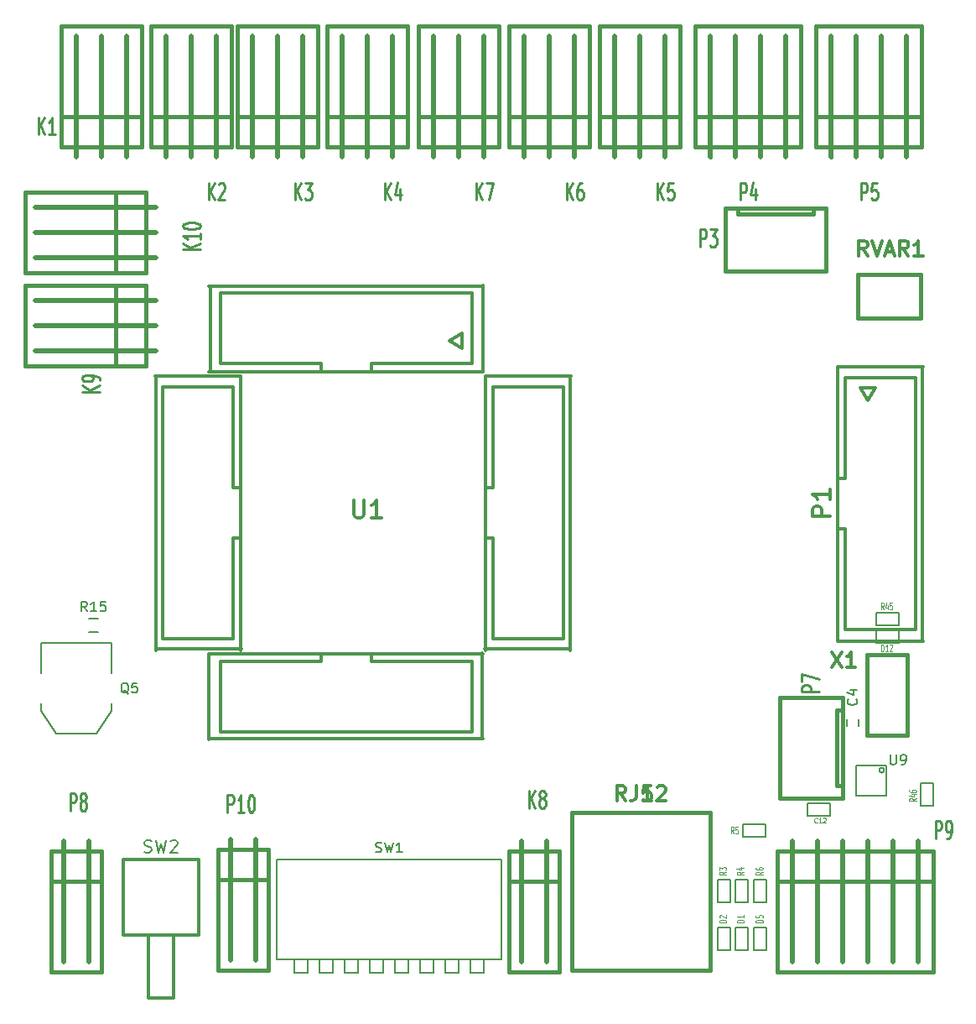
<source format=gto>
G04 #@! TF.FileFunction,Legend,Top*
%FSLAX46Y46*%
G04 Gerber Fmt 4.6, Leading zero omitted, Abs format (unit mm)*
G04 Created by KiCad (PCBNEW 4.0.6) date 11/02/17 20:58:10*
%MOMM*%
%LPD*%
G01*
G04 APERTURE LIST*
%ADD10C,0.150000*%
%ADD11C,0.381000*%
%ADD12C,0.508000*%
%ADD13C,0.304800*%
%ADD14C,0.127000*%
%ADD15C,0.152400*%
%ADD16C,0.400000*%
%ADD17C,0.271780*%
%ADD18C,0.114300*%
%ADD19C,0.203200*%
G04 APERTURE END LIST*
D10*
D11*
X112171480Y-128427480D02*
X111536480Y-128427480D01*
X111536480Y-128427480D02*
X111536480Y-120807480D01*
X111536480Y-120807480D02*
X112171480Y-120807480D01*
X105821480Y-119537480D02*
X105821480Y-129697480D01*
X105821480Y-129697480D02*
X112171480Y-129697480D01*
X112171480Y-129697480D02*
X112171480Y-119537480D01*
X112171480Y-119537480D02*
X105821480Y-119537480D01*
X116713000Y-138049000D02*
X121285000Y-138049000D01*
X116713000Y-135001000D02*
X121285000Y-135001000D01*
X116205000Y-147193000D02*
X121285000Y-147193000D01*
X105918000Y-135001000D02*
X115951000Y-135001000D01*
X115951000Y-138049000D02*
X105918000Y-138049000D01*
X106045000Y-147193000D02*
X105537000Y-147193000D01*
X116205000Y-147193000D02*
X106045000Y-147193000D01*
X105537000Y-135001000D02*
X105537000Y-147193000D01*
X105537000Y-138049000D02*
X106553000Y-138049000D01*
X105537000Y-135001000D02*
X106553000Y-135001000D01*
X114681000Y-133985000D02*
X114681000Y-135001000D01*
X114681000Y-135509000D02*
X114681000Y-144653000D01*
D12*
X112141000Y-133985000D02*
X112141000Y-144653000D01*
X109601000Y-133985000D02*
X109601000Y-146177000D01*
X107061000Y-133985000D02*
X107061000Y-145669000D01*
X107061000Y-145669000D02*
X107061000Y-146177000D01*
X112141000Y-144653000D02*
X112141000Y-146177000D01*
X114681000Y-133985000D02*
X114681000Y-146177000D01*
X117221000Y-145669000D02*
X117221000Y-146177000D01*
X117221000Y-133985000D02*
X117221000Y-145669000D01*
X119761000Y-133985000D02*
X119761000Y-146177000D01*
D11*
X115697000Y-135001000D02*
X116713000Y-135001000D01*
X115697000Y-138049000D02*
X116713000Y-138049000D01*
X121285000Y-135001000D02*
X121285000Y-147193000D01*
X116205000Y-147193000D02*
X115697000Y-147193000D01*
D10*
X113757000Y-121697000D02*
X113757000Y-122397000D01*
X112557000Y-122397000D02*
X112557000Y-121697000D01*
X56754800Y-145923800D02*
X56754800Y-147293800D01*
X56754800Y-147293800D02*
X58154800Y-147293800D01*
X58154800Y-147293800D02*
X58154800Y-145923800D01*
X59294800Y-145923800D02*
X59294800Y-147293800D01*
X59294800Y-147293800D02*
X60694800Y-147293800D01*
X60694800Y-147293800D02*
X60694800Y-145923800D01*
X61834800Y-145923800D02*
X61834800Y-147293800D01*
X61834800Y-147293800D02*
X63234800Y-147293800D01*
X63234800Y-147293800D02*
X63234800Y-145923800D01*
X64374800Y-145923800D02*
X64374800Y-147293800D01*
X64374800Y-147293800D02*
X65774800Y-147293800D01*
X65774800Y-147293800D02*
X65774800Y-145923800D01*
X66914800Y-145923800D02*
X66914800Y-147293800D01*
X66914800Y-147293800D02*
X68314800Y-147293800D01*
X68314800Y-147293800D02*
X68314800Y-145923800D01*
X69454800Y-145923800D02*
X69454800Y-147293800D01*
X69454800Y-147293800D02*
X70854800Y-147293800D01*
X70854800Y-147293800D02*
X70854800Y-145923800D01*
X71994800Y-145923800D02*
X71994800Y-147293800D01*
X71994800Y-147293800D02*
X73394800Y-147293800D01*
X73394800Y-147293800D02*
X73394800Y-145923800D01*
X74534800Y-145923800D02*
X74534800Y-147293800D01*
X74534800Y-147293800D02*
X75934800Y-147293800D01*
X75934800Y-147293800D02*
X75934800Y-145923800D01*
X54974800Y-145913800D02*
X54974800Y-135873800D01*
X54974800Y-135873800D02*
X77714800Y-135873800D01*
X77714800Y-135873800D02*
X77714800Y-145913800D01*
X77714800Y-145913800D02*
X54974800Y-145913800D01*
D11*
X29591000Y-76708000D02*
X29591000Y-69088000D01*
X38735000Y-76708000D02*
X38735000Y-68580000D01*
X41783000Y-76708000D02*
X41783000Y-68580000D01*
D12*
X32131000Y-75184000D02*
X30607000Y-75184000D01*
X31115000Y-70104000D02*
X30607000Y-70104000D01*
X42799000Y-70104000D02*
X31115000Y-70104000D01*
X42799000Y-72644000D02*
X30607000Y-72644000D01*
X42799000Y-75184000D02*
X32131000Y-75184000D01*
D11*
X41783000Y-68580000D02*
X41783000Y-69596000D01*
X38735000Y-68580000D02*
X38735000Y-69596000D01*
X41783000Y-68580000D02*
X29591000Y-68580000D01*
X41783000Y-76708000D02*
X29591000Y-76708000D01*
X29591000Y-69088000D02*
X29591000Y-68580000D01*
D13*
X75849480Y-86710520D02*
X48163480Y-86710520D01*
X48163480Y-78074520D02*
X75722480Y-78074520D01*
X59466480Y-86583520D02*
X59466480Y-85821520D01*
X59466480Y-85821520D02*
X49306480Y-85821520D01*
X49306480Y-85821520D02*
X49306480Y-78709520D01*
X49306480Y-78709520D02*
X74706480Y-78709520D01*
X74706480Y-78709520D02*
X74706480Y-85821520D01*
X74706480Y-85821520D02*
X64546480Y-85821520D01*
X64546480Y-85821520D02*
X64546480Y-86583520D01*
X48290480Y-86710520D02*
X48290480Y-78074520D01*
X75849480Y-77947520D02*
X75849480Y-86583520D01*
X73690480Y-82770980D02*
X72420480Y-83532980D01*
X73690480Y-84294980D02*
X73690480Y-82770980D01*
X72420480Y-83532980D02*
X73690480Y-84294980D01*
X48163480Y-123791980D02*
X48163480Y-115155980D01*
X75722480Y-115028980D02*
X75722480Y-123664980D01*
X59466480Y-115917980D02*
X59466480Y-115155980D01*
X49306480Y-115917980D02*
X59466480Y-115917980D01*
X49306480Y-123029980D02*
X49306480Y-115917980D01*
X74706480Y-123029980D02*
X49306480Y-123029980D01*
X74706480Y-115917980D02*
X74706480Y-123029980D01*
X64546480Y-115917980D02*
X74706480Y-115917980D01*
X64546480Y-115155980D02*
X64546480Y-115917980D01*
X75849480Y-123664980D02*
X48290480Y-123664980D01*
X48163480Y-115155980D02*
X75849480Y-115155980D01*
X51338480Y-87088980D02*
X51338480Y-114774980D01*
X42829480Y-114774980D02*
X42829480Y-87215980D01*
X51338480Y-103471980D02*
X50576480Y-103471980D01*
X50576480Y-103471980D02*
X50576480Y-113631980D01*
X50576480Y-113631980D02*
X43464480Y-113631980D01*
X43464480Y-113631980D02*
X43464480Y-88231980D01*
X43464480Y-88231980D02*
X50576480Y-88231980D01*
X50576480Y-88231980D02*
X50576480Y-98391980D01*
X50576480Y-98391980D02*
X51338480Y-98391980D01*
X51465480Y-114647980D02*
X42829480Y-114647980D01*
X42702480Y-87088980D02*
X51338480Y-87088980D01*
X84739480Y-87088980D02*
X76103480Y-87088980D01*
X75976480Y-114647980D02*
X84612480Y-114647980D01*
X76865480Y-98391980D02*
X76103480Y-98391980D01*
X76865480Y-88231980D02*
X76865480Y-98391980D01*
X83977480Y-88231980D02*
X76865480Y-88231980D01*
X83977480Y-113631980D02*
X83977480Y-88231980D01*
X76865480Y-113631980D02*
X83977480Y-113631980D01*
X76865480Y-103471980D02*
X76865480Y-113631980D01*
X76103480Y-103471980D02*
X76865480Y-103471980D01*
X84612480Y-114774980D02*
X84612480Y-87215980D01*
X76103480Y-87088980D02*
X76103480Y-114774980D01*
D11*
X114604800Y-119761000D02*
X114604800Y-115189000D01*
X114604800Y-115189000D02*
X118668800Y-115189000D01*
X118668800Y-115189000D02*
X118668800Y-123317000D01*
X118668800Y-123317000D02*
X114604800Y-123317000D01*
X114604800Y-123317000D02*
X114604800Y-119761000D01*
D12*
X110998000Y-65024000D02*
X110998000Y-52832000D01*
X113538000Y-54356000D02*
X113538000Y-52832000D01*
X118618000Y-53340000D02*
X118618000Y-52832000D01*
X118618000Y-65024000D02*
X118618000Y-53340000D01*
X116078000Y-65024000D02*
X116078000Y-52832000D01*
X113538000Y-65024000D02*
X113538000Y-54356000D01*
D11*
X110998000Y-63500000D02*
X110998000Y-54356000D01*
X110998000Y-65024000D02*
X110998000Y-64008000D01*
X120142000Y-64008000D02*
X119126000Y-64008000D01*
X120142000Y-60960000D02*
X119126000Y-60960000D01*
X120142000Y-64008000D02*
X120142000Y-51816000D01*
X109474000Y-64008000D02*
X109474000Y-51816000D01*
X109474000Y-51816000D02*
X119634000Y-51816000D01*
X119634000Y-51816000D02*
X120142000Y-51816000D01*
X109728000Y-60960000D02*
X119761000Y-60960000D01*
X119761000Y-64008000D02*
X109728000Y-64008000D01*
X87630000Y-51816000D02*
X95250000Y-51816000D01*
X87630000Y-60960000D02*
X95758000Y-60960000D01*
X87630000Y-64008000D02*
X95758000Y-64008000D01*
D12*
X89154000Y-54356000D02*
X89154000Y-52832000D01*
X94234000Y-53340000D02*
X94234000Y-52832000D01*
X94234000Y-65024000D02*
X94234000Y-53340000D01*
X91694000Y-65024000D02*
X91694000Y-52832000D01*
X89154000Y-65024000D02*
X89154000Y-54356000D01*
D11*
X95758000Y-64008000D02*
X94742000Y-64008000D01*
X95758000Y-60960000D02*
X94742000Y-60960000D01*
X95758000Y-64008000D02*
X95758000Y-51816000D01*
X87630000Y-64008000D02*
X87630000Y-51816000D01*
X95250000Y-51816000D02*
X95758000Y-51816000D01*
X109169200Y-70154800D02*
X109169200Y-70789800D01*
X109169200Y-70789800D02*
X101549200Y-70789800D01*
X101549200Y-70789800D02*
X101549200Y-70154800D01*
X100279200Y-76504800D02*
X110439200Y-76504800D01*
X110439200Y-76504800D02*
X110439200Y-70154800D01*
X110439200Y-70154800D02*
X100279200Y-70154800D01*
X100279200Y-70154800D02*
X100279200Y-76504800D01*
X60071000Y-51816000D02*
X67691000Y-51816000D01*
X60071000Y-60960000D02*
X68199000Y-60960000D01*
X60071000Y-64008000D02*
X68199000Y-64008000D01*
D12*
X61595000Y-54356000D02*
X61595000Y-52832000D01*
X66675000Y-53340000D02*
X66675000Y-52832000D01*
X66675000Y-65024000D02*
X66675000Y-53340000D01*
X64135000Y-65024000D02*
X64135000Y-52832000D01*
X61595000Y-65024000D02*
X61595000Y-54356000D01*
D11*
X68199000Y-64008000D02*
X67183000Y-64008000D01*
X68199000Y-60960000D02*
X67183000Y-60960000D01*
X68199000Y-64008000D02*
X68199000Y-51816000D01*
X60071000Y-64008000D02*
X60071000Y-51816000D01*
X67691000Y-51816000D02*
X68199000Y-51816000D01*
X51054000Y-51816000D02*
X58674000Y-51816000D01*
X51054000Y-60960000D02*
X59182000Y-60960000D01*
X51054000Y-64008000D02*
X59182000Y-64008000D01*
D12*
X52578000Y-54356000D02*
X52578000Y-52832000D01*
X57658000Y-53340000D02*
X57658000Y-52832000D01*
X57658000Y-65024000D02*
X57658000Y-53340000D01*
X55118000Y-65024000D02*
X55118000Y-52832000D01*
X52578000Y-65024000D02*
X52578000Y-54356000D01*
D11*
X59182000Y-64008000D02*
X58166000Y-64008000D01*
X59182000Y-60960000D02*
X58166000Y-60960000D01*
X59182000Y-64008000D02*
X59182000Y-51816000D01*
X51054000Y-64008000D02*
X51054000Y-51816000D01*
X58674000Y-51816000D02*
X59182000Y-51816000D01*
X42291000Y-51816000D02*
X49911000Y-51816000D01*
X42291000Y-60960000D02*
X50419000Y-60960000D01*
X42291000Y-64008000D02*
X50419000Y-64008000D01*
D12*
X43815000Y-54356000D02*
X43815000Y-52832000D01*
X48895000Y-53340000D02*
X48895000Y-52832000D01*
X48895000Y-65024000D02*
X48895000Y-53340000D01*
X46355000Y-65024000D02*
X46355000Y-52832000D01*
X43815000Y-65024000D02*
X43815000Y-54356000D01*
D11*
X50419000Y-64008000D02*
X49403000Y-64008000D01*
X50419000Y-60960000D02*
X49403000Y-60960000D01*
X50419000Y-64008000D02*
X50419000Y-51816000D01*
X42291000Y-64008000D02*
X42291000Y-51816000D01*
X49911000Y-51816000D02*
X50419000Y-51816000D01*
X33274000Y-51816000D02*
X40894000Y-51816000D01*
X33274000Y-60960000D02*
X41402000Y-60960000D01*
X33274000Y-64008000D02*
X41402000Y-64008000D01*
D12*
X34798000Y-54356000D02*
X34798000Y-52832000D01*
X39878000Y-53340000D02*
X39878000Y-52832000D01*
X39878000Y-65024000D02*
X39878000Y-53340000D01*
X37338000Y-65024000D02*
X37338000Y-52832000D01*
X34798000Y-65024000D02*
X34798000Y-54356000D01*
D11*
X41402000Y-64008000D02*
X40386000Y-64008000D01*
X41402000Y-60960000D02*
X40386000Y-60960000D01*
X41402000Y-64008000D02*
X41402000Y-51816000D01*
X33274000Y-64008000D02*
X33274000Y-51816000D01*
X40894000Y-51816000D02*
X41402000Y-51816000D01*
D10*
X38341300Y-117068600D02*
X38341300Y-114020600D01*
X38341300Y-114020600D02*
X31229300Y-114020600D01*
X31229300Y-114020600D02*
X31229300Y-117068600D01*
X38341300Y-120116600D02*
X38341300Y-120878600D01*
X38341300Y-120878600D02*
X36817300Y-123164600D01*
X36817300Y-123164600D02*
X32753300Y-123164600D01*
X32753300Y-123164600D02*
X31229300Y-120878600D01*
X31229300Y-120878600D02*
X31229300Y-120116600D01*
X36987100Y-112968400D02*
X35987100Y-112968400D01*
X35987100Y-111618400D02*
X36987100Y-111618400D01*
D11*
X98772980Y-131157980D02*
X98772980Y-147032980D01*
X98772980Y-147032980D02*
X84802980Y-147032980D01*
X84802980Y-147032980D02*
X84802980Y-131157980D01*
X84802980Y-131157980D02*
X98772980Y-131157980D01*
D13*
X111663480Y-113822480D02*
X111663480Y-86136480D01*
X120172480Y-86136480D02*
X120172480Y-113695480D01*
X111663480Y-97439480D02*
X112425480Y-97439480D01*
X112425480Y-97439480D02*
X112425480Y-87279480D01*
X112425480Y-87279480D02*
X119537480Y-87279480D01*
X119537480Y-87279480D02*
X119537480Y-112679480D01*
X119537480Y-112679480D02*
X112425480Y-112679480D01*
X112425480Y-112679480D02*
X112425480Y-102519480D01*
X112425480Y-102519480D02*
X111663480Y-102519480D01*
X111663480Y-86136480D02*
X120299480Y-86136480D01*
X120299480Y-113822480D02*
X111663480Y-113822480D01*
X114711480Y-89565480D02*
X115473480Y-88295480D01*
X115473480Y-88295480D02*
X113949480Y-88295480D01*
X113949480Y-88295480D02*
X114711480Y-89565480D01*
D14*
X115570000Y-112776000D02*
X117856000Y-112776000D01*
X117856000Y-112776000D02*
X117856000Y-114046000D01*
X117856000Y-114046000D02*
X115570000Y-114046000D01*
X115570000Y-114046000D02*
X115570000Y-112776000D01*
X110871000Y-131445000D02*
X108585000Y-131445000D01*
X108585000Y-131445000D02*
X108585000Y-130175000D01*
X108585000Y-130175000D02*
X110871000Y-130175000D01*
X110871000Y-130175000D02*
X110871000Y-131445000D01*
X121285000Y-128143000D02*
X121285000Y-130429000D01*
X121285000Y-130429000D02*
X120015000Y-130429000D01*
X120015000Y-130429000D02*
X120015000Y-128143000D01*
X120015000Y-128143000D02*
X121285000Y-128143000D01*
X117856000Y-112268000D02*
X115570000Y-112268000D01*
X115570000Y-112268000D02*
X115570000Y-110998000D01*
X115570000Y-110998000D02*
X117856000Y-110998000D01*
X117856000Y-110998000D02*
X117856000Y-112268000D01*
D15*
X116332000Y-126873000D02*
G75*
G03X116332000Y-126873000I-254000J0D01*
G01*
X113538000Y-126365000D02*
X116586000Y-126365000D01*
X116586000Y-126365000D02*
X116586000Y-129413000D01*
X116586000Y-129413000D02*
X113538000Y-129413000D01*
X113538000Y-129413000D02*
X113538000Y-126365000D01*
D13*
X44577000Y-143510000D02*
X44577000Y-149860000D01*
X44577000Y-149860000D02*
X42037000Y-149860000D01*
X42037000Y-149860000D02*
X42037000Y-143510000D01*
X47117000Y-135890000D02*
X39497000Y-135890000D01*
X39497000Y-135890000D02*
X39497000Y-143510000D01*
X39497000Y-143510000D02*
X47117000Y-143510000D01*
X47117000Y-143510000D02*
X47117000Y-135890000D01*
D14*
X102539800Y-137871200D02*
X102539800Y-140157200D01*
X102539800Y-140157200D02*
X101269800Y-140157200D01*
X101269800Y-140157200D02*
X101269800Y-137871200D01*
X101269800Y-137871200D02*
X102539800Y-137871200D01*
X102108000Y-132334000D02*
X104394000Y-132334000D01*
X104394000Y-132334000D02*
X104394000Y-133604000D01*
X104394000Y-133604000D02*
X102108000Y-133604000D01*
X102108000Y-133604000D02*
X102108000Y-132334000D01*
X100761800Y-137871200D02*
X100761800Y-140157200D01*
X100761800Y-140157200D02*
X99491800Y-140157200D01*
X99491800Y-140157200D02*
X99491800Y-137871200D01*
X99491800Y-137871200D02*
X100761800Y-137871200D01*
X103149400Y-140157200D02*
X103149400Y-137871200D01*
X103149400Y-137871200D02*
X104419400Y-137871200D01*
X104419400Y-137871200D02*
X104419400Y-140157200D01*
X104419400Y-140157200D02*
X103149400Y-140157200D01*
X103149400Y-144983200D02*
X103149400Y-142697200D01*
X103149400Y-142697200D02*
X104419400Y-142697200D01*
X104419400Y-142697200D02*
X104419400Y-144983200D01*
X104419400Y-144983200D02*
X103149400Y-144983200D01*
X100761800Y-142697200D02*
X100761800Y-144983200D01*
X100761800Y-144983200D02*
X99491800Y-144983200D01*
X99491800Y-144983200D02*
X99491800Y-142697200D01*
X99491800Y-142697200D02*
X100761800Y-142697200D01*
X102539800Y-142697200D02*
X102539800Y-144983200D01*
X102539800Y-144983200D02*
X101269800Y-144983200D01*
X101269800Y-144983200D02*
X101269800Y-142697200D01*
X101269800Y-142697200D02*
X102539800Y-142697200D01*
D16*
X83515200Y-147243800D02*
X78435200Y-147243800D01*
X83515200Y-138099800D02*
X78435200Y-138099800D01*
X83515200Y-135051800D02*
X78435200Y-135051800D01*
D11*
X78435200Y-135051800D02*
X78435200Y-147243800D01*
D12*
X82245200Y-144703800D02*
X82245200Y-146227800D01*
X79705200Y-134035800D02*
X79705200Y-146227800D01*
X82245200Y-134035800D02*
X82245200Y-144703800D01*
D11*
X83515200Y-135051800D02*
X83515200Y-147243800D01*
D16*
X54152800Y-147091400D02*
X49072800Y-147091400D01*
X54152800Y-137947400D02*
X49072800Y-137947400D01*
X54152800Y-134899400D02*
X49072800Y-134899400D01*
D11*
X49072800Y-134899400D02*
X49072800Y-147091400D01*
D12*
X52882800Y-144551400D02*
X52882800Y-146075400D01*
X50342800Y-133883400D02*
X50342800Y-146075400D01*
X52882800Y-133883400D02*
X52882800Y-144551400D01*
D11*
X54152800Y-134899400D02*
X54152800Y-147091400D01*
D12*
X98806000Y-65024000D02*
X98806000Y-52832000D01*
X101346000Y-54356000D02*
X101346000Y-52832000D01*
X106426000Y-53340000D02*
X106426000Y-52832000D01*
X106426000Y-65024000D02*
X106426000Y-53340000D01*
X103886000Y-65024000D02*
X103886000Y-52832000D01*
X101346000Y-65024000D02*
X101346000Y-54356000D01*
D11*
X98806000Y-63500000D02*
X98806000Y-54356000D01*
X98806000Y-65024000D02*
X98806000Y-64008000D01*
X107950000Y-64008000D02*
X106934000Y-64008000D01*
X107950000Y-60960000D02*
X106934000Y-60960000D01*
X107950000Y-64008000D02*
X107950000Y-51816000D01*
X97282000Y-64008000D02*
X97282000Y-51816000D01*
X97282000Y-51816000D02*
X107442000Y-51816000D01*
X107442000Y-51816000D02*
X107950000Y-51816000D01*
X97536000Y-60960000D02*
X107569000Y-60960000D01*
X107569000Y-64008000D02*
X97536000Y-64008000D01*
X78486000Y-51816000D02*
X86106000Y-51816000D01*
X78486000Y-60960000D02*
X86614000Y-60960000D01*
X78486000Y-64008000D02*
X86614000Y-64008000D01*
D12*
X80010000Y-54356000D02*
X80010000Y-52832000D01*
X85090000Y-53340000D02*
X85090000Y-52832000D01*
X85090000Y-65024000D02*
X85090000Y-53340000D01*
X82550000Y-65024000D02*
X82550000Y-52832000D01*
X80010000Y-65024000D02*
X80010000Y-54356000D01*
D11*
X86614000Y-64008000D02*
X85598000Y-64008000D01*
X86614000Y-60960000D02*
X85598000Y-60960000D01*
X86614000Y-64008000D02*
X86614000Y-51816000D01*
X78486000Y-64008000D02*
X78486000Y-51816000D01*
X86106000Y-51816000D02*
X86614000Y-51816000D01*
X69342000Y-51816000D02*
X76962000Y-51816000D01*
X69342000Y-60960000D02*
X77470000Y-60960000D01*
X69342000Y-64008000D02*
X77470000Y-64008000D01*
D12*
X70866000Y-54356000D02*
X70866000Y-52832000D01*
X75946000Y-53340000D02*
X75946000Y-52832000D01*
X75946000Y-65024000D02*
X75946000Y-53340000D01*
X73406000Y-65024000D02*
X73406000Y-52832000D01*
X70866000Y-65024000D02*
X70866000Y-54356000D01*
D11*
X77470000Y-64008000D02*
X76454000Y-64008000D01*
X77470000Y-60960000D02*
X76454000Y-60960000D01*
X77470000Y-64008000D02*
X77470000Y-51816000D01*
X69342000Y-64008000D02*
X69342000Y-51816000D01*
X76962000Y-51816000D02*
X77470000Y-51816000D01*
D16*
X37338000Y-147193000D02*
X32258000Y-147193000D01*
X37338000Y-138049000D02*
X32258000Y-138049000D01*
X37338000Y-135001000D02*
X32258000Y-135001000D01*
D11*
X32258000Y-135001000D02*
X32258000Y-147193000D01*
D12*
X36068000Y-144653000D02*
X36068000Y-146177000D01*
X33528000Y-133985000D02*
X33528000Y-146177000D01*
X36068000Y-133985000D02*
X36068000Y-144653000D01*
D11*
X37338000Y-135001000D02*
X37338000Y-147193000D01*
X29591000Y-86106000D02*
X29591000Y-78486000D01*
X38735000Y-86106000D02*
X38735000Y-77978000D01*
X41783000Y-86106000D02*
X41783000Y-77978000D01*
D12*
X32131000Y-84582000D02*
X30607000Y-84582000D01*
X31115000Y-79502000D02*
X30607000Y-79502000D01*
X42799000Y-79502000D02*
X31115000Y-79502000D01*
X42799000Y-82042000D02*
X30607000Y-82042000D01*
X42799000Y-84582000D02*
X32131000Y-84582000D01*
D11*
X41783000Y-77978000D02*
X41783000Y-78994000D01*
X38735000Y-77978000D02*
X38735000Y-78994000D01*
X41783000Y-77978000D02*
X29591000Y-77978000D01*
X41783000Y-86106000D02*
X29591000Y-86106000D01*
X29591000Y-78486000D02*
X29591000Y-77978000D01*
X120015000Y-76835000D02*
X120015000Y-81280000D01*
X120015000Y-81280000D02*
X113665000Y-81280000D01*
X113665000Y-81280000D02*
X113665000Y-76835000D01*
X120015000Y-76835000D02*
X113665000Y-76835000D01*
D17*
X109750800Y-118912398D02*
X108015980Y-118912398D01*
X108015980Y-118498257D01*
X108098590Y-118394722D01*
X108181200Y-118342954D01*
X108346421Y-118291186D01*
X108594253Y-118291186D01*
X108759474Y-118342954D01*
X108842084Y-118394722D01*
X108924695Y-118498257D01*
X108924695Y-118912398D01*
X108015980Y-117928813D02*
X108015980Y-117204066D01*
X109750800Y-117669975D01*
X121498602Y-133753800D02*
X121498602Y-132018980D01*
X121912743Y-132018980D01*
X122016278Y-132101590D01*
X122068046Y-132184200D01*
X122119814Y-132349421D01*
X122119814Y-132597253D01*
X122068046Y-132762474D01*
X122016278Y-132845084D01*
X121912743Y-132927695D01*
X121498602Y-132927695D01*
X122637490Y-133753800D02*
X122844560Y-133753800D01*
X122948095Y-133671189D01*
X122999863Y-133588579D01*
X123103398Y-133340747D01*
X123155166Y-133010305D01*
X123155166Y-132349421D01*
X123103398Y-132184200D01*
X123051631Y-132101590D01*
X122948095Y-132018980D01*
X122741025Y-132018980D01*
X122637490Y-132101590D01*
X122585722Y-132184200D01*
X122533954Y-132349421D01*
X122533954Y-132762474D01*
X122585722Y-132927695D01*
X122637490Y-133010305D01*
X122741025Y-133092916D01*
X122948095Y-133092916D01*
X123051631Y-133010305D01*
X123103398Y-132927695D01*
X123155166Y-132762474D01*
D10*
X113514143Y-119673666D02*
X113561762Y-119721285D01*
X113609381Y-119864142D01*
X113609381Y-119959380D01*
X113561762Y-120102238D01*
X113466524Y-120197476D01*
X113371286Y-120245095D01*
X113180810Y-120292714D01*
X113037952Y-120292714D01*
X112847476Y-120245095D01*
X112752238Y-120197476D01*
X112657000Y-120102238D01*
X112609381Y-119959380D01*
X112609381Y-119864142D01*
X112657000Y-119721285D01*
X112704619Y-119673666D01*
X112942714Y-118816523D02*
X113609381Y-118816523D01*
X112561762Y-119054619D02*
X113276048Y-119292714D01*
X113276048Y-118673666D01*
X64991467Y-135108562D02*
X65134324Y-135156181D01*
X65372420Y-135156181D01*
X65467658Y-135108562D01*
X65515277Y-135060943D01*
X65562896Y-134965705D01*
X65562896Y-134870467D01*
X65515277Y-134775229D01*
X65467658Y-134727610D01*
X65372420Y-134679990D01*
X65181943Y-134632371D01*
X65086705Y-134584752D01*
X65039086Y-134537133D01*
X64991467Y-134441895D01*
X64991467Y-134346657D01*
X65039086Y-134251419D01*
X65086705Y-134203800D01*
X65181943Y-134156181D01*
X65420039Y-134156181D01*
X65562896Y-134203800D01*
X65896229Y-134156181D02*
X66134324Y-135156181D01*
X66324801Y-134441895D01*
X66515277Y-135156181D01*
X66753372Y-134156181D01*
X67658134Y-135156181D02*
X67086705Y-135156181D01*
X67372419Y-135156181D02*
X67372419Y-134156181D01*
X67277181Y-134299038D01*
X67181943Y-134394276D01*
X67086705Y-134441895D01*
D17*
X47266800Y-74345074D02*
X45531980Y-74345074D01*
X47266800Y-73723862D02*
X46275474Y-74189771D01*
X45531980Y-73723862D02*
X46523305Y-74345074D01*
X47266800Y-72688510D02*
X47266800Y-73309722D01*
X47266800Y-72999116D02*
X45531980Y-72999116D01*
X45779811Y-73102651D01*
X45945032Y-73206186D01*
X46027642Y-73309722D01*
X45531980Y-72015531D02*
X45531980Y-71911996D01*
X45614590Y-71808461D01*
X45697200Y-71756693D01*
X45862421Y-71704926D01*
X46192863Y-71653158D01*
X46605916Y-71653158D01*
X46936358Y-71704926D01*
X47101579Y-71756693D01*
X47184189Y-71808461D01*
X47266800Y-71911996D01*
X47266800Y-72015531D01*
X47184189Y-72119067D01*
X47101579Y-72170834D01*
X46936358Y-72222602D01*
X46605916Y-72274370D01*
X46192863Y-72274370D01*
X45862421Y-72222602D01*
X45697200Y-72170834D01*
X45614590Y-72119067D01*
X45531980Y-72015531D01*
D13*
X62747313Y-99640813D02*
X62747313Y-101080147D01*
X62831980Y-101249480D01*
X62916647Y-101334147D01*
X63085980Y-101418813D01*
X63424647Y-101418813D01*
X63593980Y-101334147D01*
X63678647Y-101249480D01*
X63763313Y-101080147D01*
X63763313Y-99640813D01*
X65541314Y-101418813D02*
X64525314Y-101418813D01*
X65033314Y-101418813D02*
X65033314Y-99640813D01*
X64863980Y-99894813D01*
X64694647Y-100064147D01*
X64525314Y-100148813D01*
X111034285Y-114989429D02*
X112050285Y-116513429D01*
X112050285Y-114989429D02*
X111034285Y-116513429D01*
X113429143Y-116513429D02*
X112558286Y-116513429D01*
X112993714Y-116513429D02*
X112993714Y-114989429D01*
X112848571Y-115207143D01*
X112703429Y-115352286D01*
X112558286Y-115424857D01*
D17*
X114005602Y-69364800D02*
X114005602Y-67629980D01*
X114419743Y-67629980D01*
X114523278Y-67712590D01*
X114575046Y-67795200D01*
X114626814Y-67960421D01*
X114626814Y-68208253D01*
X114575046Y-68373474D01*
X114523278Y-68456084D01*
X114419743Y-68538695D01*
X114005602Y-68538695D01*
X115610398Y-67629980D02*
X115092722Y-67629980D01*
X115040954Y-68456084D01*
X115092722Y-68373474D01*
X115196257Y-68290863D01*
X115455095Y-68290863D01*
X115558631Y-68373474D01*
X115610398Y-68456084D01*
X115662166Y-68621305D01*
X115662166Y-69034358D01*
X115610398Y-69199579D01*
X115558631Y-69282189D01*
X115455095Y-69364800D01*
X115196257Y-69364800D01*
X115092722Y-69282189D01*
X115040954Y-69199579D01*
X93431602Y-69364800D02*
X93431602Y-67629980D01*
X94052814Y-69364800D02*
X93586905Y-68373474D01*
X94052814Y-67629980D02*
X93431602Y-68621305D01*
X95036398Y-67629980D02*
X94518722Y-67629980D01*
X94466954Y-68456084D01*
X94518722Y-68373474D01*
X94622257Y-68290863D01*
X94881095Y-68290863D01*
X94984631Y-68373474D01*
X95036398Y-68456084D01*
X95088166Y-68621305D01*
X95088166Y-69034358D01*
X95036398Y-69199579D01*
X94984631Y-69282189D01*
X94881095Y-69364800D01*
X94622257Y-69364800D01*
X94518722Y-69282189D01*
X94466954Y-69199579D01*
X97749602Y-74063800D02*
X97749602Y-72328980D01*
X98163743Y-72328980D01*
X98267278Y-72411590D01*
X98319046Y-72494200D01*
X98370814Y-72659421D01*
X98370814Y-72907253D01*
X98319046Y-73072474D01*
X98267278Y-73155084D01*
X98163743Y-73237695D01*
X97749602Y-73237695D01*
X98733187Y-72328980D02*
X99406166Y-72328980D01*
X99043793Y-72989863D01*
X99199095Y-72989863D01*
X99302631Y-73072474D01*
X99354398Y-73155084D01*
X99406166Y-73320305D01*
X99406166Y-73733358D01*
X99354398Y-73898579D01*
X99302631Y-73981189D01*
X99199095Y-74063800D01*
X98888490Y-74063800D01*
X98784954Y-73981189D01*
X98733187Y-73898579D01*
X65872602Y-69364800D02*
X65872602Y-67629980D01*
X66493814Y-69364800D02*
X66027905Y-68373474D01*
X66493814Y-67629980D02*
X65872602Y-68621305D01*
X67425631Y-68208253D02*
X67425631Y-69364800D01*
X67166793Y-67547369D02*
X66907954Y-68786526D01*
X67580934Y-68786526D01*
X56855602Y-69364800D02*
X56855602Y-67629980D01*
X57476814Y-69364800D02*
X57010905Y-68373474D01*
X57476814Y-67629980D02*
X56855602Y-68621305D01*
X57839187Y-67629980D02*
X58512166Y-67629980D01*
X58149793Y-68290863D01*
X58305095Y-68290863D01*
X58408631Y-68373474D01*
X58460398Y-68456084D01*
X58512166Y-68621305D01*
X58512166Y-69034358D01*
X58460398Y-69199579D01*
X58408631Y-69282189D01*
X58305095Y-69364800D01*
X57994490Y-69364800D01*
X57890954Y-69282189D01*
X57839187Y-69199579D01*
X48092602Y-69364800D02*
X48092602Y-67629980D01*
X48713814Y-69364800D02*
X48247905Y-68373474D01*
X48713814Y-67629980D02*
X48092602Y-68621305D01*
X49127954Y-67795200D02*
X49179722Y-67712590D01*
X49283257Y-67629980D01*
X49542095Y-67629980D01*
X49645631Y-67712590D01*
X49697398Y-67795200D01*
X49749166Y-67960421D01*
X49749166Y-68125642D01*
X49697398Y-68373474D01*
X49076187Y-69364800D01*
X49749166Y-69364800D01*
X30947602Y-62760800D02*
X30947602Y-61025980D01*
X31568814Y-62760800D02*
X31102905Y-61769474D01*
X31568814Y-61025980D02*
X30947602Y-62017305D01*
X32604166Y-62760800D02*
X31982954Y-62760800D01*
X32293560Y-62760800D02*
X32293560Y-61025980D01*
X32190025Y-61273811D01*
X32086490Y-61439032D01*
X31982954Y-61521642D01*
D10*
X40036762Y-119165619D02*
X39941524Y-119118000D01*
X39846286Y-119022762D01*
X39703429Y-118879905D01*
X39608190Y-118832286D01*
X39512952Y-118832286D01*
X39560571Y-119070381D02*
X39465333Y-119022762D01*
X39370095Y-118927524D01*
X39322476Y-118737048D01*
X39322476Y-118403714D01*
X39370095Y-118213238D01*
X39465333Y-118118000D01*
X39560571Y-118070381D01*
X39751048Y-118070381D01*
X39846286Y-118118000D01*
X39941524Y-118213238D01*
X39989143Y-118403714D01*
X39989143Y-118737048D01*
X39941524Y-118927524D01*
X39846286Y-119022762D01*
X39751048Y-119070381D01*
X39560571Y-119070381D01*
X40893905Y-118070381D02*
X40417714Y-118070381D01*
X40370095Y-118546571D01*
X40417714Y-118498952D01*
X40512952Y-118451333D01*
X40751048Y-118451333D01*
X40846286Y-118498952D01*
X40893905Y-118546571D01*
X40941524Y-118641810D01*
X40941524Y-118879905D01*
X40893905Y-118975143D01*
X40846286Y-119022762D01*
X40751048Y-119070381D01*
X40512952Y-119070381D01*
X40417714Y-119022762D01*
X40370095Y-118975143D01*
X35844243Y-110845781D02*
X35510909Y-110369590D01*
X35272814Y-110845781D02*
X35272814Y-109845781D01*
X35653767Y-109845781D01*
X35749005Y-109893400D01*
X35796624Y-109941019D01*
X35844243Y-110036257D01*
X35844243Y-110179114D01*
X35796624Y-110274352D01*
X35749005Y-110321971D01*
X35653767Y-110369590D01*
X35272814Y-110369590D01*
X36796624Y-110845781D02*
X36225195Y-110845781D01*
X36510909Y-110845781D02*
X36510909Y-109845781D01*
X36415671Y-109988638D01*
X36320433Y-110083876D01*
X36225195Y-110131495D01*
X37701386Y-109845781D02*
X37225195Y-109845781D01*
X37177576Y-110321971D01*
X37225195Y-110274352D01*
X37320433Y-110226733D01*
X37558529Y-110226733D01*
X37653767Y-110274352D01*
X37701386Y-110321971D01*
X37749005Y-110417210D01*
X37749005Y-110655305D01*
X37701386Y-110750543D01*
X37653767Y-110798162D01*
X37558529Y-110845781D01*
X37320433Y-110845781D01*
X37225195Y-110798162D01*
X37177576Y-110750543D01*
D13*
X91313000Y-128451429D02*
X91313000Y-129540000D01*
X91240428Y-129757714D01*
X91095285Y-129902857D01*
X90877571Y-129975429D01*
X90732428Y-129975429D01*
X92764428Y-128451429D02*
X92038714Y-128451429D01*
X91966143Y-129177143D01*
X92038714Y-129104571D01*
X92183857Y-129032000D01*
X92546714Y-129032000D01*
X92691857Y-129104571D01*
X92764428Y-129177143D01*
X92837000Y-129322286D01*
X92837000Y-129685143D01*
X92764428Y-129830286D01*
X92691857Y-129902857D01*
X92546714Y-129975429D01*
X92183857Y-129975429D01*
X92038714Y-129902857D01*
X91966143Y-129830286D01*
X90227694Y-129942409D02*
X89719694Y-129216694D01*
X89356837Y-129942409D02*
X89356837Y-128418409D01*
X89937409Y-128418409D01*
X90082551Y-128490980D01*
X90155123Y-128563551D01*
X90227694Y-128708694D01*
X90227694Y-128926409D01*
X90155123Y-129071551D01*
X90082551Y-129144123D01*
X89937409Y-129216694D01*
X89356837Y-129216694D01*
X91316266Y-128418409D02*
X91316266Y-129506980D01*
X91243694Y-129724694D01*
X91098551Y-129869837D01*
X90880837Y-129942409D01*
X90735694Y-129942409D01*
X92840266Y-129942409D02*
X91969409Y-129942409D01*
X92404837Y-129942409D02*
X92404837Y-128418409D01*
X92259694Y-128636123D01*
X92114552Y-128781266D01*
X91969409Y-128853837D01*
X93420838Y-128563551D02*
X93493409Y-128490980D01*
X93638552Y-128418409D01*
X94001409Y-128418409D01*
X94146552Y-128490980D01*
X94219123Y-128563551D01*
X94291695Y-128708694D01*
X94291695Y-128853837D01*
X94219123Y-129071551D01*
X93348266Y-129942409D01*
X94291695Y-129942409D01*
X110913333Y-101261333D02*
X109135333Y-101261333D01*
X109135333Y-100583999D01*
X109220000Y-100414666D01*
X109304667Y-100329999D01*
X109474000Y-100245333D01*
X109728000Y-100245333D01*
X109897333Y-100329999D01*
X109982000Y-100414666D01*
X110066667Y-100583999D01*
X110066667Y-101261333D01*
X110913333Y-98551999D02*
X110913333Y-99567999D01*
X110913333Y-99059999D02*
X109135333Y-99059999D01*
X109389333Y-99229333D01*
X109558667Y-99398666D01*
X109643333Y-99567999D01*
D18*
X116030828Y-114875733D02*
X116030828Y-114164533D01*
X116139685Y-114164533D01*
X116205000Y-114198400D01*
X116248542Y-114266133D01*
X116270314Y-114333867D01*
X116292085Y-114469333D01*
X116292085Y-114570933D01*
X116270314Y-114706400D01*
X116248542Y-114774133D01*
X116205000Y-114841867D01*
X116139685Y-114875733D01*
X116030828Y-114875733D01*
X116727514Y-114875733D02*
X116466257Y-114875733D01*
X116596885Y-114875733D02*
X116596885Y-114164533D01*
X116553342Y-114266133D01*
X116509800Y-114333867D01*
X116466257Y-114367733D01*
X116901686Y-114232267D02*
X116923457Y-114198400D01*
X116967000Y-114164533D01*
X117075857Y-114164533D01*
X117119400Y-114198400D01*
X117141171Y-114232267D01*
X117162943Y-114300000D01*
X117162943Y-114367733D01*
X117141171Y-114469333D01*
X116879914Y-114875733D01*
X117162943Y-114875733D01*
D14*
D18*
X109561085Y-132134429D02*
X109539314Y-132158619D01*
X109474000Y-132182810D01*
X109430457Y-132182810D01*
X109365142Y-132158619D01*
X109321600Y-132110238D01*
X109299828Y-132061857D01*
X109278057Y-131965095D01*
X109278057Y-131892524D01*
X109299828Y-131795762D01*
X109321600Y-131747381D01*
X109365142Y-131699000D01*
X109430457Y-131674810D01*
X109474000Y-131674810D01*
X109539314Y-131699000D01*
X109561085Y-131723190D01*
X109996514Y-132182810D02*
X109735257Y-132182810D01*
X109865885Y-132182810D02*
X109865885Y-131674810D01*
X109822342Y-131747381D01*
X109778800Y-131795762D01*
X109735257Y-131819952D01*
X110170686Y-131723190D02*
X110192457Y-131699000D01*
X110236000Y-131674810D01*
X110344857Y-131674810D01*
X110388400Y-131699000D01*
X110410171Y-131723190D01*
X110431943Y-131771571D01*
X110431943Y-131819952D01*
X110410171Y-131892524D01*
X110148914Y-132182810D01*
X110431943Y-132182810D01*
X119574733Y-129706915D02*
X119236067Y-129859315D01*
X119574733Y-129968172D02*
X118863533Y-129968172D01*
X118863533Y-129794000D01*
X118897400Y-129750458D01*
X118931267Y-129728686D01*
X118999000Y-129706915D01*
X119100600Y-129706915D01*
X119168333Y-129728686D01*
X119202200Y-129750458D01*
X119236067Y-129794000D01*
X119236067Y-129968172D01*
X119100600Y-129315029D02*
X119574733Y-129315029D01*
X118829667Y-129423886D02*
X119337667Y-129532743D01*
X119337667Y-129249715D01*
X118863533Y-128879600D02*
X118863533Y-128966686D01*
X118897400Y-129010229D01*
X118931267Y-129032000D01*
X119032867Y-129075543D01*
X119168333Y-129097314D01*
X119439267Y-129097314D01*
X119507000Y-129075543D01*
X119540867Y-129053771D01*
X119574733Y-129010229D01*
X119574733Y-128923143D01*
X119540867Y-128879600D01*
X119507000Y-128857829D01*
X119439267Y-128836057D01*
X119269933Y-128836057D01*
X119202200Y-128857829D01*
X119168333Y-128879600D01*
X119134467Y-128923143D01*
X119134467Y-129010229D01*
X119168333Y-129053771D01*
X119202200Y-129075543D01*
X119269933Y-129097314D01*
X116292085Y-110684733D02*
X116139685Y-110346067D01*
X116030828Y-110684733D02*
X116030828Y-109973533D01*
X116205000Y-109973533D01*
X116248542Y-110007400D01*
X116270314Y-110041267D01*
X116292085Y-110109000D01*
X116292085Y-110210600D01*
X116270314Y-110278333D01*
X116248542Y-110312200D01*
X116205000Y-110346067D01*
X116030828Y-110346067D01*
X116683971Y-110210600D02*
X116683971Y-110684733D01*
X116575114Y-109939667D02*
X116466257Y-110447667D01*
X116749285Y-110447667D01*
X117141171Y-109973533D02*
X116923457Y-109973533D01*
X116901686Y-110312200D01*
X116923457Y-110278333D01*
X116967000Y-110244467D01*
X117075857Y-110244467D01*
X117119400Y-110278333D01*
X117141171Y-110312200D01*
X117162943Y-110379933D01*
X117162943Y-110549267D01*
X117141171Y-110617000D01*
X117119400Y-110650867D01*
X117075857Y-110684733D01*
X116967000Y-110684733D01*
X116923457Y-110650867D01*
X116901686Y-110617000D01*
D15*
X116954905Y-125300619D02*
X116954905Y-126123095D01*
X117003286Y-126219857D01*
X117051667Y-126268238D01*
X117148429Y-126316619D01*
X117341952Y-126316619D01*
X117438714Y-126268238D01*
X117487095Y-126219857D01*
X117535476Y-126123095D01*
X117535476Y-125300619D01*
X118067667Y-126316619D02*
X118261191Y-126316619D01*
X118357952Y-126268238D01*
X118406333Y-126219857D01*
X118503095Y-126074714D01*
X118551476Y-125881190D01*
X118551476Y-125494143D01*
X118503095Y-125397381D01*
X118454714Y-125349000D01*
X118357952Y-125300619D01*
X118164429Y-125300619D01*
X118067667Y-125349000D01*
X118019286Y-125397381D01*
X117970905Y-125494143D01*
X117970905Y-125736048D01*
X118019286Y-125832810D01*
X118067667Y-125881190D01*
X118164429Y-125929571D01*
X118357952Y-125929571D01*
X118454714Y-125881190D01*
X118503095Y-125832810D01*
X118551476Y-125736048D01*
D19*
X41613667Y-135134048D02*
X41795095Y-135194524D01*
X42097476Y-135194524D01*
X42218429Y-135134048D01*
X42278905Y-135073571D01*
X42339381Y-134952619D01*
X42339381Y-134831667D01*
X42278905Y-134710714D01*
X42218429Y-134650238D01*
X42097476Y-134589762D01*
X41855572Y-134529286D01*
X41734619Y-134468810D01*
X41674143Y-134408333D01*
X41613667Y-134287381D01*
X41613667Y-134166429D01*
X41674143Y-134045476D01*
X41734619Y-133985000D01*
X41855572Y-133924524D01*
X42157952Y-133924524D01*
X42339381Y-133985000D01*
X42762715Y-133924524D02*
X43065096Y-135194524D01*
X43307000Y-134287381D01*
X43548905Y-135194524D01*
X43851286Y-133924524D01*
X44274620Y-134045476D02*
X44335096Y-133985000D01*
X44456048Y-133924524D01*
X44758429Y-133924524D01*
X44879382Y-133985000D01*
X44939858Y-134045476D01*
X45000334Y-134166429D01*
X45000334Y-134287381D01*
X44939858Y-134468810D01*
X44214144Y-135194524D01*
X45000334Y-135194524D01*
D18*
X102175733Y-137109200D02*
X101837067Y-137261600D01*
X102175733Y-137370457D02*
X101464533Y-137370457D01*
X101464533Y-137196285D01*
X101498400Y-137152743D01*
X101532267Y-137130971D01*
X101600000Y-137109200D01*
X101701600Y-137109200D01*
X101769333Y-137130971D01*
X101803200Y-137152743D01*
X101837067Y-137196285D01*
X101837067Y-137370457D01*
X101701600Y-136717314D02*
X102175733Y-136717314D01*
X101430667Y-136826171D02*
X101938667Y-136935028D01*
X101938667Y-136652000D01*
X101142800Y-133290733D02*
X100990400Y-132952067D01*
X100881543Y-133290733D02*
X100881543Y-132579533D01*
X101055715Y-132579533D01*
X101099257Y-132613400D01*
X101121029Y-132647267D01*
X101142800Y-132715000D01*
X101142800Y-132816600D01*
X101121029Y-132884333D01*
X101099257Y-132918200D01*
X101055715Y-132952067D01*
X100881543Y-132952067D01*
X101556457Y-132579533D02*
X101338743Y-132579533D01*
X101316972Y-132918200D01*
X101338743Y-132884333D01*
X101382286Y-132850467D01*
X101491143Y-132850467D01*
X101534686Y-132884333D01*
X101556457Y-132918200D01*
X101578229Y-132985933D01*
X101578229Y-133155267D01*
X101556457Y-133223000D01*
X101534686Y-133256867D01*
X101491143Y-133290733D01*
X101382286Y-133290733D01*
X101338743Y-133256867D01*
X101316972Y-133223000D01*
X100397733Y-137109200D02*
X100059067Y-137261600D01*
X100397733Y-137370457D02*
X99686533Y-137370457D01*
X99686533Y-137196285D01*
X99720400Y-137152743D01*
X99754267Y-137130971D01*
X99822000Y-137109200D01*
X99923600Y-137109200D01*
X99991333Y-137130971D01*
X100025200Y-137152743D01*
X100059067Y-137196285D01*
X100059067Y-137370457D01*
X99686533Y-136956800D02*
X99686533Y-136673771D01*
X99957467Y-136826171D01*
X99957467Y-136760857D01*
X99991333Y-136717314D01*
X100025200Y-136695543D01*
X100092933Y-136673771D01*
X100262267Y-136673771D01*
X100330000Y-136695543D01*
X100363867Y-136717314D01*
X100397733Y-136760857D01*
X100397733Y-136891485D01*
X100363867Y-136935028D01*
X100330000Y-136956800D01*
X104080733Y-137109200D02*
X103742067Y-137261600D01*
X104080733Y-137370457D02*
X103369533Y-137370457D01*
X103369533Y-137196285D01*
X103403400Y-137152743D01*
X103437267Y-137130971D01*
X103505000Y-137109200D01*
X103606600Y-137109200D01*
X103674333Y-137130971D01*
X103708200Y-137152743D01*
X103742067Y-137196285D01*
X103742067Y-137370457D01*
X103369533Y-136717314D02*
X103369533Y-136804400D01*
X103403400Y-136847943D01*
X103437267Y-136869714D01*
X103538867Y-136913257D01*
X103674333Y-136935028D01*
X103945267Y-136935028D01*
X104013000Y-136913257D01*
X104046867Y-136891485D01*
X104080733Y-136847943D01*
X104080733Y-136760857D01*
X104046867Y-136717314D01*
X104013000Y-136695543D01*
X103945267Y-136673771D01*
X103775933Y-136673771D01*
X103708200Y-136695543D01*
X103674333Y-136717314D01*
X103640467Y-136760857D01*
X103640467Y-136847943D01*
X103674333Y-136891485D01*
X103708200Y-136913257D01*
X103775933Y-136935028D01*
X104080733Y-142196457D02*
X103369533Y-142196457D01*
X103369533Y-142087600D01*
X103403400Y-142022285D01*
X103471133Y-141978743D01*
X103538867Y-141956971D01*
X103674333Y-141935200D01*
X103775933Y-141935200D01*
X103911400Y-141956971D01*
X103979133Y-141978743D01*
X104046867Y-142022285D01*
X104080733Y-142087600D01*
X104080733Y-142196457D01*
X103369533Y-141521543D02*
X103369533Y-141739257D01*
X103708200Y-141761028D01*
X103674333Y-141739257D01*
X103640467Y-141695714D01*
X103640467Y-141586857D01*
X103674333Y-141543314D01*
X103708200Y-141521543D01*
X103775933Y-141499771D01*
X103945267Y-141499771D01*
X104013000Y-141521543D01*
X104046867Y-141543314D01*
X104080733Y-141586857D01*
X104080733Y-141695714D01*
X104046867Y-141739257D01*
X104013000Y-141761028D01*
X100397733Y-142196457D02*
X99686533Y-142196457D01*
X99686533Y-142087600D01*
X99720400Y-142022285D01*
X99788133Y-141978743D01*
X99855867Y-141956971D01*
X99991333Y-141935200D01*
X100092933Y-141935200D01*
X100228400Y-141956971D01*
X100296133Y-141978743D01*
X100363867Y-142022285D01*
X100397733Y-142087600D01*
X100397733Y-142196457D01*
X99754267Y-141761028D02*
X99720400Y-141739257D01*
X99686533Y-141695714D01*
X99686533Y-141586857D01*
X99720400Y-141543314D01*
X99754267Y-141521543D01*
X99822000Y-141499771D01*
X99889733Y-141499771D01*
X99991333Y-141521543D01*
X100397733Y-141782800D01*
X100397733Y-141499771D01*
X102175733Y-142196457D02*
X101464533Y-142196457D01*
X101464533Y-142087600D01*
X101498400Y-142022285D01*
X101566133Y-141978743D01*
X101633867Y-141956971D01*
X101769333Y-141935200D01*
X101870933Y-141935200D01*
X102006400Y-141956971D01*
X102074133Y-141978743D01*
X102141867Y-142022285D01*
X102175733Y-142087600D01*
X102175733Y-142196457D01*
X102175733Y-141499771D02*
X102175733Y-141761028D01*
X102175733Y-141630400D02*
X101464533Y-141630400D01*
X101566133Y-141673943D01*
X101633867Y-141717485D01*
X101667733Y-141761028D01*
D17*
X80477602Y-130705800D02*
X80477602Y-128970980D01*
X81098814Y-130705800D02*
X80632905Y-129714474D01*
X81098814Y-128970980D02*
X80477602Y-129962305D01*
X81720025Y-129714474D02*
X81616490Y-129631863D01*
X81564722Y-129549253D01*
X81512954Y-129384032D01*
X81512954Y-129301421D01*
X81564722Y-129136200D01*
X81616490Y-129053590D01*
X81720025Y-128970980D01*
X81927095Y-128970980D01*
X82030631Y-129053590D01*
X82082398Y-129136200D01*
X82134166Y-129301421D01*
X82134166Y-129384032D01*
X82082398Y-129549253D01*
X82030631Y-129631863D01*
X81927095Y-129714474D01*
X81720025Y-129714474D01*
X81616490Y-129797084D01*
X81564722Y-129879695D01*
X81512954Y-130044916D01*
X81512954Y-130375358D01*
X81564722Y-130540579D01*
X81616490Y-130623189D01*
X81720025Y-130705800D01*
X81927095Y-130705800D01*
X82030631Y-130623189D01*
X82082398Y-130540579D01*
X82134166Y-130375358D01*
X82134166Y-130044916D01*
X82082398Y-129879695D01*
X82030631Y-129797084D01*
X81927095Y-129714474D01*
X50038726Y-131112200D02*
X50038726Y-129377380D01*
X50452867Y-129377380D01*
X50556402Y-129459990D01*
X50608170Y-129542600D01*
X50659938Y-129707821D01*
X50659938Y-129955653D01*
X50608170Y-130120874D01*
X50556402Y-130203484D01*
X50452867Y-130286095D01*
X50038726Y-130286095D01*
X51695290Y-131112200D02*
X51074078Y-131112200D01*
X51384684Y-131112200D02*
X51384684Y-129377380D01*
X51281149Y-129625211D01*
X51177614Y-129790432D01*
X51074078Y-129873042D01*
X52368269Y-129377380D02*
X52471804Y-129377380D01*
X52575339Y-129459990D01*
X52627107Y-129542600D01*
X52678874Y-129707821D01*
X52730642Y-130038263D01*
X52730642Y-130451316D01*
X52678874Y-130781758D01*
X52627107Y-130946979D01*
X52575339Y-131029589D01*
X52471804Y-131112200D01*
X52368269Y-131112200D01*
X52264733Y-131029589D01*
X52212966Y-130946979D01*
X52161198Y-130781758D01*
X52109430Y-130451316D01*
X52109430Y-130038263D01*
X52161198Y-129707821D01*
X52212966Y-129542600D01*
X52264733Y-129459990D01*
X52368269Y-129377380D01*
X101813602Y-69364800D02*
X101813602Y-67629980D01*
X102227743Y-67629980D01*
X102331278Y-67712590D01*
X102383046Y-67795200D01*
X102434814Y-67960421D01*
X102434814Y-68208253D01*
X102383046Y-68373474D01*
X102331278Y-68456084D01*
X102227743Y-68538695D01*
X101813602Y-68538695D01*
X103366631Y-68208253D02*
X103366631Y-69364800D01*
X103107793Y-67547369D02*
X102848954Y-68786526D01*
X103521934Y-68786526D01*
X84287602Y-69364800D02*
X84287602Y-67629980D01*
X84908814Y-69364800D02*
X84442905Y-68373474D01*
X84908814Y-67629980D02*
X84287602Y-68621305D01*
X85840631Y-67629980D02*
X85633560Y-67629980D01*
X85530025Y-67712590D01*
X85478257Y-67795200D01*
X85374722Y-68043032D01*
X85322954Y-68373474D01*
X85322954Y-69034358D01*
X85374722Y-69199579D01*
X85426490Y-69282189D01*
X85530025Y-69364800D01*
X85737095Y-69364800D01*
X85840631Y-69282189D01*
X85892398Y-69199579D01*
X85944166Y-69034358D01*
X85944166Y-68621305D01*
X85892398Y-68456084D01*
X85840631Y-68373474D01*
X85737095Y-68290863D01*
X85530025Y-68290863D01*
X85426490Y-68373474D01*
X85374722Y-68456084D01*
X85322954Y-68621305D01*
X75143602Y-69364800D02*
X75143602Y-67629980D01*
X75764814Y-69364800D02*
X75298905Y-68373474D01*
X75764814Y-67629980D02*
X75143602Y-68621305D01*
X76127187Y-67629980D02*
X76851934Y-67629980D01*
X76386025Y-69364800D01*
X34122602Y-130959800D02*
X34122602Y-129224980D01*
X34536743Y-129224980D01*
X34640278Y-129307590D01*
X34692046Y-129390200D01*
X34743814Y-129555421D01*
X34743814Y-129803253D01*
X34692046Y-129968474D01*
X34640278Y-130051084D01*
X34536743Y-130133695D01*
X34122602Y-130133695D01*
X35365025Y-129968474D02*
X35261490Y-129885863D01*
X35209722Y-129803253D01*
X35157954Y-129638032D01*
X35157954Y-129555421D01*
X35209722Y-129390200D01*
X35261490Y-129307590D01*
X35365025Y-129224980D01*
X35572095Y-129224980D01*
X35675631Y-129307590D01*
X35727398Y-129390200D01*
X35779166Y-129555421D01*
X35779166Y-129638032D01*
X35727398Y-129803253D01*
X35675631Y-129885863D01*
X35572095Y-129968474D01*
X35365025Y-129968474D01*
X35261490Y-130051084D01*
X35209722Y-130133695D01*
X35157954Y-130298916D01*
X35157954Y-130629358D01*
X35209722Y-130794579D01*
X35261490Y-130877189D01*
X35365025Y-130959800D01*
X35572095Y-130959800D01*
X35675631Y-130877189D01*
X35727398Y-130794579D01*
X35779166Y-130629358D01*
X35779166Y-130298916D01*
X35727398Y-130133695D01*
X35675631Y-130051084D01*
X35572095Y-129968474D01*
X37106800Y-88686398D02*
X35371980Y-88686398D01*
X37106800Y-88065186D02*
X36115474Y-88531095D01*
X35371980Y-88065186D02*
X36363305Y-88686398D01*
X37106800Y-87547510D02*
X37106800Y-87340440D01*
X37024189Y-87236905D01*
X36941579Y-87185137D01*
X36693747Y-87081602D01*
X36363305Y-87029834D01*
X35702421Y-87029834D01*
X35537200Y-87081602D01*
X35454590Y-87133369D01*
X35371980Y-87236905D01*
X35371980Y-87443975D01*
X35454590Y-87547510D01*
X35537200Y-87599278D01*
X35702421Y-87651046D01*
X36115474Y-87651046D01*
X36280695Y-87599278D01*
X36363305Y-87547510D01*
X36445916Y-87443975D01*
X36445916Y-87236905D01*
X36363305Y-87133369D01*
X36280695Y-87081602D01*
X36115474Y-87029834D01*
D13*
X114644714Y-74984429D02*
X114136714Y-74258714D01*
X113773857Y-74984429D02*
X113773857Y-73460429D01*
X114354429Y-73460429D01*
X114499571Y-73533000D01*
X114572143Y-73605571D01*
X114644714Y-73750714D01*
X114644714Y-73968429D01*
X114572143Y-74113571D01*
X114499571Y-74186143D01*
X114354429Y-74258714D01*
X113773857Y-74258714D01*
X115080143Y-73460429D02*
X115588143Y-74984429D01*
X116096143Y-73460429D01*
X116531572Y-74549000D02*
X117257286Y-74549000D01*
X116386429Y-74984429D02*
X116894429Y-73460429D01*
X117402429Y-74984429D01*
X118781286Y-74984429D02*
X118273286Y-74258714D01*
X117910429Y-74984429D02*
X117910429Y-73460429D01*
X118491001Y-73460429D01*
X118636143Y-73533000D01*
X118708715Y-73605571D01*
X118781286Y-73750714D01*
X118781286Y-73968429D01*
X118708715Y-74113571D01*
X118636143Y-74186143D01*
X118491001Y-74258714D01*
X117910429Y-74258714D01*
X120232715Y-74984429D02*
X119361858Y-74984429D01*
X119797286Y-74984429D02*
X119797286Y-73460429D01*
X119652143Y-73678143D01*
X119507001Y-73823286D01*
X119361858Y-73895857D01*
M02*

</source>
